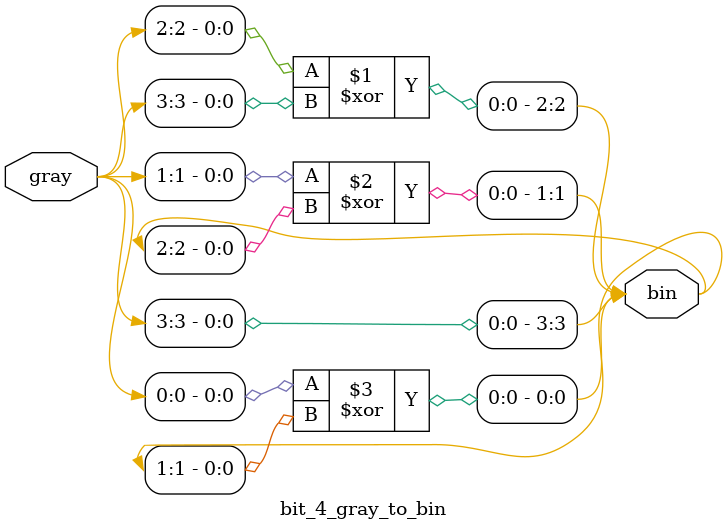
<source format=v>
`timescale 1ns / 1ps


module bit_4_gray_to_bin(gray,bin);
input [3:0]gray;
output [3:0]bin;

assign bin[3] = gray[3];
assign bin[2] = gray[2] ^ bin[3];
assign bin[1] = gray[1] ^ bin[2];
assign bin[0] = gray[0] ^ bin[1];
endmodule

</source>
